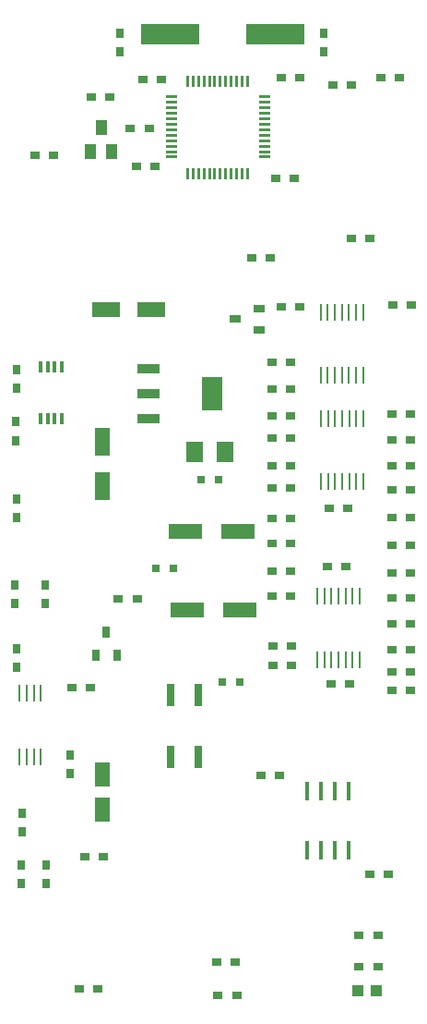
<source format=gtp>
G04 DipTrace 3.2.0.1*
G04 ubraids_IIa.GTP*
%MOIN*%
G04 #@! TF.FileFunction,Paste,Top*
G04 #@! TF.Part,Single*
%AMOUTLINE0*
4,1,4,
0.051181,0.027559,
-0.051181,0.027559,
-0.051181,-0.027559,
0.051181,-0.027559,
0.051181,0.027559,
0*%
%AMOUTLINE1*
4,1,4,
-0.027559,0.051181,
-0.027559,-0.051181,
0.027559,-0.051181,
0.027559,0.051181,
-0.027559,0.051181,
0*%
%AMOUTLINE2*
4,1,4,
-0.027559,0.043307,
-0.027559,-0.043307,
0.027559,-0.043307,
0.027559,0.043307,
-0.027559,0.043307,
0*%
%AMOUTLINE3*
4,1,4,
-0.059055,-0.027559,
0.059055,-0.027559,
0.059055,0.027559,
-0.059055,0.027559,
-0.059055,-0.027559,
0*%
%AMOUTLINE4*
4,1,4,
-0.019685,0.01378,
-0.019685,-0.01378,
0.019685,-0.01378,
0.019685,0.01378,
-0.019685,0.01378,
0*%
%AMOUTLINE5*
4,1,4,
0.008071,0.020079,
-0.008071,0.020079,
-0.008071,-0.020079,
0.008071,-0.020079,
0.008071,0.020079,
0*%
%AMOUTLINE6*
4,1,4,
0.01378,0.019685,
-0.01378,0.019685,
-0.01378,-0.019685,
0.01378,-0.019685,
0.01378,0.019685,
0*%
%AMOUTLINE9*
4,1,4,
0.105,0.038,
-0.105,0.038,
-0.105,-0.038,
0.105,-0.038,
0.105,0.038,
0*%
%AMOUTLINE10*
4,1,4,
0.019685,0.027559,
-0.019685,0.027559,
-0.019685,-0.027559,
0.019685,-0.027559,
0.019685,0.027559,
0*%
%AMOUTLINE11*
4,1,4,
0.031496,0.035492,
-0.031496,0.035492,
-0.031496,-0.035492,
0.031496,-0.035492,
0.031496,0.035492,
0*%
%AMOUTLINE13*
4,1,4,
-0.005,-0.019685,
0.005,-0.019685,
0.005,0.019685,
-0.005,0.019685,
-0.005,-0.019685,
0*%
%AMOUTLINE14*
4,1,4,
-0.019685,-0.005,
0.019685,-0.005,
0.019685,0.005,
-0.019685,0.005,
-0.019685,-0.005,
0*%
%ADD30R,0.043307X0.03937*%
%ADD38R,0.084646X0.037402*%
%ADD63R,0.015622X0.07074*%
%ADD69R,0.029402X0.03137*%
%ADD75R,0.076646X0.119953*%
%ADD79R,0.007748X0.062866*%
%ADD81R,0.03137X0.078614*%
%ADD83R,0.03137X0.035307*%
%ADD85R,0.035307X0.03137*%
%ADD96OUTLINE0*%
%ADD97OUTLINE1*%
%ADD98OUTLINE2*%
%ADD99OUTLINE3*%
%ADD100OUTLINE4*%
%ADD101OUTLINE5*%
%ADD102OUTLINE6*%
%ADD105OUTLINE9*%
%ADD106OUTLINE10*%
%ADD107OUTLINE11*%
%ADD109OUTLINE13*%
%ADD110OUTLINE14*%
%FSLAX26Y26*%
G04*
G70*
G90*
G75*
G01*
G04 TopPaste*
%LPD*%
D85*
X1748126Y1321215D3*
X1815055D3*
D83*
X466876Y2952465D3*
Y2885535D3*
D85*
X1354376Y1677465D3*
X1421305D3*
X994090Y4187751D3*
X927161D3*
X969090Y3875251D3*
X902161D3*
X1406591Y3831500D3*
X1473521D3*
D83*
X469090Y3075251D3*
Y3142180D3*
D85*
X1394069Y3168709D3*
X1460998D3*
D83*
X1581590Y4287751D3*
Y4354680D3*
X844090Y4287751D3*
Y4354680D3*
D85*
X1425341Y4194000D3*
X1492270D3*
X1494059Y3368688D3*
X1427129D3*
X1394408Y2894000D3*
X1461337D3*
X1894090Y2981500D3*
X1827161D3*
D96*
X956615Y3356189D3*
X795198D3*
D85*
X1394408Y2712751D3*
X1461337D3*
X1894090Y2706500D3*
X1827161D3*
X1666368Y2641009D3*
X1599439D3*
D97*
X781049Y2880959D3*
Y2719542D3*
D85*
X1593102Y2431500D3*
X1660031D3*
D83*
X462720Y2363602D3*
Y2296673D3*
D85*
X669091Y1994000D3*
X736021D3*
X1606153Y2006024D3*
X1673082D3*
D98*
X781098Y1680702D3*
Y1554718D3*
D99*
X1081590Y2556500D3*
X1270566D3*
D85*
X1831523Y3374937D3*
X1898452D3*
D83*
X662841Y1683320D3*
Y1750249D3*
X469094Y2068331D3*
Y2135260D3*
X490056Y1473035D3*
Y1539965D3*
D99*
X1087841Y2275251D3*
X1276817D3*
D85*
X806590Y4125251D3*
X739661D3*
D81*
X1125341Y1969000D3*
X1025341D3*
Y1744197D3*
X1125341D3*
D100*
X1347245Y3285134D3*
Y3359937D3*
X1260631Y3322535D3*
D79*
X1569091Y3119007D3*
X1594682D3*
X1620272D3*
X1645863D3*
X1671454D3*
X1697044D3*
X1722635Y3119014D3*
Y3347353D3*
X1697044D3*
X1671454D3*
X1645863D3*
X1620272D3*
X1594682D3*
X1569091D3*
D101*
X556591Y2962749D3*
X582182D3*
X607772D3*
X633363D3*
Y3151726D3*
X607772D3*
X582182D3*
X556591D3*
D38*
X948515Y3144787D3*
Y3054236D3*
Y2963685D3*
D75*
X1176862Y3054236D3*
D79*
X1570101Y2737175D3*
X1595691D3*
X1621282D3*
X1646872D3*
X1672463D3*
X1698053D3*
X1723644Y2737182D3*
Y2965521D3*
X1698053D3*
X1672463D3*
X1646872D3*
X1621282D3*
X1595691D3*
X1570101D3*
D102*
X757837Y2109037D3*
X832640D3*
X795238Y2195651D3*
D79*
X1556837Y2094780D3*
X1582427D3*
X1608018D3*
X1633608D3*
X1659199D3*
X1684790D3*
X1710380Y2094787D3*
Y2323126D3*
X1684790D3*
X1659199D3*
X1633608D3*
X1608018D3*
X1582427D3*
X1556837D3*
X481591Y1744000D3*
X507182D3*
X532772D3*
X558363D3*
Y1972346D3*
X532772D3*
X507182D3*
X481591D3*
D69*
X1275923Y2015592D3*
X1212931D3*
X974849Y2425251D3*
X1037841D3*
X1137841Y2744000D3*
X1200833D3*
D105*
X1025341Y4350249D3*
X1405341D3*
D106*
X738038Y3926135D3*
X775439Y4012749D3*
X812841Y3926135D3*
D85*
X1681539Y3612412D3*
X1748468D3*
D30*
X1769090Y900251D3*
X1702161D3*
D85*
X1775341Y987751D3*
X1708412D3*
X1319077Y3543669D3*
X1386006D3*
X1260889Y1003634D3*
X1193960D3*
X1265318Y884366D3*
X1198389D3*
X1787841Y4194000D3*
X1854770D3*
X1394408Y3071353D3*
X1461337D3*
X765055Y908715D3*
X698126D3*
X1394408Y2975251D3*
X1461337D3*
X1894090Y2887751D3*
X1827161D3*
X881862Y4009613D3*
X948791D3*
X1461337Y2512751D3*
X1394408D3*
X537841Y3912751D3*
X604770D3*
X1461337Y2412751D3*
X1394408D3*
X1827161Y2406500D3*
X1894090D3*
X1827161Y2506500D3*
X1894090D3*
X1681539Y4168604D3*
X1614610D3*
X1394408Y2794000D3*
X1461337D3*
X1894090D3*
X1827161D3*
X1461337Y2604285D3*
X1394408D3*
X1894090Y2606500D3*
X1827161D3*
Y2131500D3*
X1894090D3*
X1462812Y2075073D3*
X1395883D3*
X1394408Y2325251D3*
X1461337D3*
X1894090Y2319000D3*
X1827161D3*
D83*
X469090Y2606500D3*
Y2673429D3*
X572321Y2295984D3*
Y2362913D3*
D85*
X1827161Y2225251D3*
X1894090D3*
X1775341Y1100251D3*
X1708412D3*
D107*
X1112845Y2844000D3*
X1224813D3*
D85*
X716876Y1383715D3*
X783805D3*
X905321Y2313886D3*
X838392D3*
X1395818Y2145193D3*
X1462748D3*
X1894090Y2050251D3*
X1827161D3*
X1827803Y1983591D3*
X1894732D3*
D83*
X575338Y1287751D3*
Y1354680D3*
X487841Y1287751D3*
Y1354680D3*
D63*
X1519140Y1406451D3*
X1569140D3*
X1619140D3*
X1669140D3*
Y1619050D3*
X1619140D3*
X1569140D3*
X1519140D3*
D109*
X1306590Y4181500D3*
X1286905D3*
X1267220D3*
X1247535D3*
X1227850D3*
X1208165D3*
X1188480D3*
X1168795D3*
X1149110D3*
X1129425D3*
X1109740D3*
X1090055D3*
D110*
X1031000Y4122445D3*
Y4102760D3*
Y4083075D3*
Y4063390D3*
Y4043705D3*
Y4024020D3*
Y4004335D3*
Y3984650D3*
Y3964965D3*
Y3945280D3*
Y3925594D3*
Y3905909D3*
D109*
X1090055Y3846854D3*
X1109740D3*
X1129425D3*
X1149110D3*
X1168795D3*
X1188480D3*
X1208165D3*
X1227850D3*
X1247535D3*
X1267220D3*
X1286905D3*
X1306590D3*
D110*
X1365645Y3905909D3*
Y3925594D3*
Y3945280D3*
Y3964965D3*
Y3984650D3*
Y4004335D3*
Y4024020D3*
Y4043705D3*
Y4063390D3*
Y4083075D3*
Y4102760D3*
Y4122445D3*
M02*

</source>
